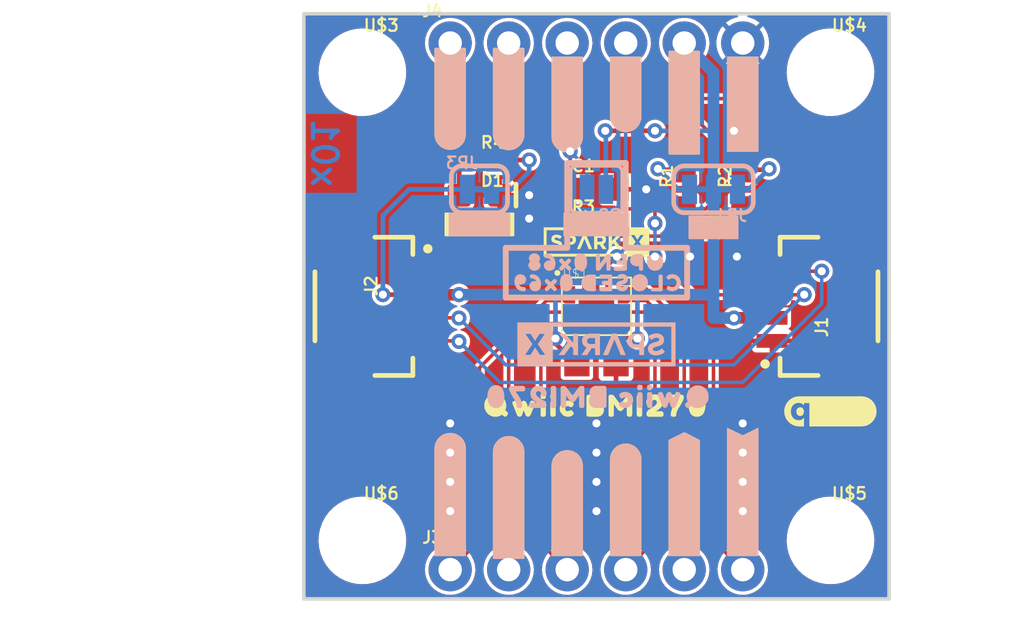
<source format=kicad_pcb>
(kicad_pcb (version 20211014) (generator pcbnew)
  (layers (0 "F.Cu" signal) (31 "B.Cu" signal) (34 "B.Paste" user) (35 "F.Paste" user) (36 "B.SilkS" user "B.Silkscreen") (37 "F.SilkS" user "F.Silkscreen") (38 "B.Mask" user) (39 "F.Mask" user) (44 "Edge.Cuts" user))
  (net 0 "")
  (net 1 "3.3V")
  (net 2 "GND")
  (net 3 "ADDR_SEL")
  (net 4 "SCL")
  (net 5 "SDA")
  (net 6 "CS")
  (net 7 "INT1")
  (net 8 "INT2")
  (net 9 "ASDX")
  (net 10 "ASCX")
  (net 11 "OCSB")
  (net 12 "OSDO")
  (net 13 "N$1")
  (net 14 "N$2")
  (net 15 "N$3")
  (net 16 "N$4")
  (footprint "eagleBoard:#_ASCX#5" (layer "F.Cu") (at 144.6911 116.3066 90)
    (fp_text reference "U$16" hide)
    (fp_text value "" hide)
  )
  (footprint "eagleBoard:#SDA_#1" (layer "F.Cu") (at 144.6911 93.4466 90)
    (fp_text reference "U$10" hide)
    (fp_text value "" hide)
  )
  (footprint "eagleBoard:#_OSDO#8" (layer "F.Cu") (at 154.8511 116.1796 90)
    (fp_text reference "U$12" hide)
    (fp_text value "" hide)
  )
  (footprint "eagleBoard:#SDO_#0" (layer "F.Cu") (at 142.1511 93.4466 90)
    (fp_text reference "U$11" hide)
    (fp_text value "" hide)
  )
  (footprint "eagleBoard:FIDUCIAL-1X2" (layer "F.Cu") (at 159.9311 97.3836)
    (fp_text reference "FD2" hide)
    (fp_text value "FIDUCIAL1X2" hide)
    (pad "1" smd roundrect (at 0 0) (size 1 1) (layers "F.Cu" "F.Mask") (roundrect_rratio 0.5))
  )
  (footprint "eagleBoard:0603" (layer "F.Cu") (at 148.5011 107.5436 180)
    (fp_text reference "C1" (at 0 8.636) (layer "F.SilkS") (effects (font (size 0.512064 0.512064) (thickness 0.097536)) (justify right)))
    (fp_text value "0.1uF")
    (pad "1" smd rect (at -0.85 0 180) (size 1.1 1) (layers "F.Cu" "F.Paste" "F.Mask") (net 2 "GND"))
    (pad "2" smd rect (at 0.85 0 180) (size 1.1 1) (layers "F.Cu" "F.Paste" "F.Mask") (net 1 "3.3V"))
  )
  (footprint "eagleBoard:#SCL_#2" (layer "F.Cu") (at 147.2311 93.8276 90)
    (fp_text reference "U$9" hide)
    (fp_text value "" hide)
  )
  (footprint "eagleBoard:#CS_#3" (layer "F.Cu") (at 149.7711 93.8276 90)
    (fp_text reference "U$8" hide)
    (fp_text value "" hide)
  )
  (footprint "eagleBoard:0603" (layer "F.Cu") (at 154.8511 99.9236 90)
    (fp_text reference "R2" (at 0 -0.762 90) (layer "F.SilkS") (effects (font (size 0.512064 0.512064) (thickness 0.097536)) (justify left)))
    (fp_text value "2.2k")
    (pad "1" smd rect (at -0.85 0 90) (size 1.1 1) (layers "F.Cu" "F.Paste" "F.Mask") (net 4 "SCL"))
    (pad "2" smd rect (at 0.85 0 90) (size 1.1 1) (layers "F.Cu" "F.Paste" "F.Mask") (net 14 "N$2"))
  )
  (footprint "eagleBoard:SPARKX-TINY" (layer "F.Cu") (at 148.5011 102.2096)
    (fp_text reference "U$20" hide)
    (fp_text value "" hide)
  )
  (footprint "eagleBoard:#GND_#4" (layer "F.Cu") (at 154.8511 93.8276 90)
    (fp_text reference "U$7" hide)
    (fp_text value "" hide)
  )
  (footprint "eagleBoard:STAND-OFF" (layer "F.Cu") (at 158.6611 115.1636)
    (fp_text reference "U$5" (at 0 -2.032) (layer "F.SilkS") (effects (font (size 0.512064 0.512064) (thickness 0.097536)) (justify left)))
    (fp_text value "")
    (pad "" np_thru_hole circle (at 0 0) (size 3.302 3.302) (drill 3.302) (layers *.Cu *.Mask))
  )
  (footprint "eagleBoard:BMI270" (layer "F.Cu") (at 148.5011 105.0036)
    (fp_text reference "U$1" (at -1.4925 -1.4175) (layer "F.SilkS") (effects (font (size 0.376489 0.376489) (thickness 0.029911)) (justify left)))
    (fp_text value "BMI270")
    (pad "1" smd rect (at -1.1625 -0.7475 180) (size 0.475 0.25) (layers "F.Cu" "F.Paste" "F.Mask") (net 3 "ADDR_SEL"))
    (pad "2" smd rect (at -1.1625 -0.2475 180) (size 0.475 0.25) (layers "F.Cu" "F.Paste" "F.Mask") (net 9 "ASDX"))
    (pad "3" smd rect (at -1.1625 0.2525 180) (size 0.475 0.25) (layers "F.Cu" "F.Paste" "F.Mask") (net 10 "ASCX"))
    (pad "4" smd rect (at -1.1625 0.7525 180) (size 0.475 0.25) (layers "F.Cu" "F.Paste" "F.Mask") (net 7 "INT1"))
    (pad "5" smd rect (at -0.4975 0.9125 90) (size 0.475 0.25) (layers "F.Cu" "F.Paste" "F.Mask") (net 1 "3.3V"))
    (pad "6" smd rect (at 0.0025 0.9125 90) (size 0.475 0.25) (layers "F.Cu" "F.Paste" "F.Mask") (net 2 "GND"))
    (pad "7" smd rect (at 0.5025 0.9125 90) (size 0.475 0.25) (layers "F.Cu" "F.Paste" "F.Mask") (net 2 "GND"))
    (pad "8" smd rect (at 1.1625 0.75 180) (size 0.475 0.25) (layers "F.Cu" "F.Paste" "F.Mask") (net 1 "3.3V"))
    (pad "9" smd rect (at 1.1625 0.25 180) (size 0.475 0.25) (layers "F.Cu" "F.Paste" "F.Mask") (net 8 "INT2"))
    (pad "10" smd rect (at 1.1625 -0.25 180) (size 0.475 0.25) (layers "F.Cu" "F.Paste" "F.Mask") (net 11 "OCSB"))
    (pad "11" smd rect (at 1.1625 -0.75 180) (size 0.475 0.25) (layers "F.Cu" "F.Paste" "F.Mask") (net 12 "OSDO"))
    (pad "12" smd rect (at 0.5025 -0.91 90) (size 0.475 0.25) (layers "F.Cu" "F.Paste" "F.Mask") (net 6 "CS"))
    (pad "13" smd rect (at 0.0025 -0.91 90) (size 0.475 0.25) (layers "F.Cu" "F.Paste" "F.Mask") (net 4 "SCL"))
    (pad "14" smd rect (at -0.4975 -0.91 90) (size 0.475 0.25) (layers "F.Cu" "F.Paste" "F.Mask") (net 5 "SDA"))
  )
  (footprint "eagleBoard:JST04_1MM_RA" (layer "F.Cu") (at 156.1211 105.0036 90)
    (fp_text reference "J1" (at -1.397 2.159 90) (layer "F.SilkS") (effects (font (size 0.512064 0.512064) (thickness 0.097536)) (justify left)))
    (fp_text value "QWIIC_RIGHT_ANGLE")
    (pad "1" smd rect (at -1.5 0 90) (size 0.6 1.35) (layers "F.Cu" "F.Paste" "F.Mask") (net 2 "GND"))
    (pad "2" smd rect (at -0.5 0 90) (size 0.6 1.35) (layers "F.Cu" "F.Paste" "F.Mask") (net 1 "3.3V"))
    (pad "3" smd rect (at 0.5 0 90) (size 0.6 1.35) (layers "F.Cu" "F.Paste" "F.Mask") (net 5 "SDA"))
    (pad "4" smd rect (at 1.5 0 90) (size 0.6 1.35) (layers "F.Cu" "F.Paste" "F.Mask") (net 4 "SCL"))
    (pad "NC1" smd rect (at 2.8 3.675 90) (size 1.2 2) (layers "F.Cu" "F.Paste" "F.Mask"))
    (pad "NC2" smd rect (at -2.8 3.675 90) (size 1.2 2) (layers "F.Cu" "F.Paste" "F.Mask"))
  )
  (footprint "eagleBoard:STAND-OFF" (layer "F.Cu") (at 138.3411 115.1636)
    (fp_text reference "U$6" (at 0 -2.032) (layer "F.SilkS") (effects (font (size 0.512064 0.512064) (thickness 0.097536)) (justify left)))
    (fp_text value "")
    (pad "" np_thru_hole circle (at 0 0) (size 3.302 3.302) (drill 3.302) (layers *.Cu *.Mask))
  )
  (footprint "eagleBoard:#_INT2#7" (layer "F.Cu") (at 149.7711 116.1796 90)
    (fp_text reference "U$15" hide)
    (fp_text value "" hide)
  )
  (footprint "eagleBoard:0603" (layer "F.Cu") (at 148.5011 99.9236 180)
    (fp_text reference "R3" (at 0 -0.762) (layer "F.SilkS") (effects (font (size 0.512064 0.512064) (thickness 0.097536)) (justify right)))
    (fp_text value "10k")
    (pad "1" smd rect (at -0.85 0 180) (size 1.1 1) (layers "F.Cu" "F.Paste" "F.Mask") (net 2 "GND"))
    (pad "2" smd rect (at 0.85 0 180) (size 1.1 1) (layers "F.Cu" "F.Paste" "F.Mask") (net 3 "ADDR_SEL"))
  )
  (footprint "eagleBoard:QWIIC_BMI2709" (layer "F.Cu") (at 148.5011 109.3216)
    (fp_text reference "U$19" hide)
    (fp_text value "" hide)
  )
  (footprint "eagleBoard:#_OCSB#7" (layer "F.Cu") (at 152.3111 116.1796 90)
    (fp_text reference "U$13" hide)
    (fp_text value "" hide)
  )
  (footprint "eagleBoard:LED-0603" (layer "F.Cu") (at 143.4211 100.1776)
    (fp_text reference "D1" (at 0 -0.635) (layer "F.SilkS") (effects (font (size 0.512064 0.512064) (thickness 0.097536)) (justify left)))
    (fp_text value "RED")
    (pad "A" smd roundrect (at -0.877 0 270) (size 1 1) (layers "F.Cu" "F.Paste" "F.Mask") (roundrect_rratio 0.15) (net 16 "N$4"))
    (pad "C" smd roundrect (at 0.877 0 270) (size 1 1) (layers "F.Cu" "F.Paste" "F.Mask") (roundrect_rratio 0.15) (net 2 "GND"))
  )
  (footprint "eagleBoard:1X06_NO_SILK" (layer "F.Cu") (at 142.1511 116.4336)
    (fp_text reference "J3" (at -1.27 -1.397) (layer "F.SilkS") (effects (font (size 0.512064 0.512064) (thickness 0.097536)) (justify left)))
    (fp_text value "")
    (pad "1" thru_hole circle (at 0 0 90) (size 1.8796 1.8796) (drill 1.016) (layers *.Cu *.Mask) (net 9 "ASDX"))
    (pad "2" thru_hole circle (at 2.54 0 90) (size 1.8796 1.8796) (drill 1.016) (layers *.Cu *.Mask) (net 10 "ASCX"))
    (pad "3" thru_hole circle (at 5.08 0 90) (size 1.8796 1.8796) (drill 1.016) (layers *.Cu *.Mask) (net 7 "INT1"))
    (pad "4" thru_hole circle (at 7.62 0 90) (size 1.8796 1.8796) (drill 1.016) (layers *.Cu *.Mask) (net 8 "INT2"))
    (pad "5" thru_hole circle (at 10.16 0 90) (size 1.8796 1.8796) (drill 1.016) (layers *.Cu *.Mask) (net 11 "OCSB"))
    (pad "6" thru_hole circle (at 12.7 0 90) (size 1.8796 1.8796) (drill 1.016) (layers *.Cu *.Mask) (net 12 "OSDO"))
  )
  (footprint "eagleBoard:#_ASDX#6" (layer "F.Cu") (at 142.1511 116.1796 90)
    (fp_text reference "U$17" hide)
    (fp_text value "" hide)
  )
  (footprint "eagleBoard:STAND-OFF" (layer "F.Cu") (at 158.6611 94.8436)
    (fp_text reference "U$4" (at 0 -2.032) (layer "F.SilkS") (effects (font (size 0.512064 0.512064) (thickness 0.097536)) (justify left)))
    (fp_text value "")
    (pad "" np_thru_hole circle (at 0 0) (size 3.302 3.302) (drill 3.302) (layers *.Cu *.Mask))
  )
  (footprint "eagleBoard:#PWR#2711" (layer "F.Cu") (at 143.4211 101.4476)
    (fp_text reference "U$18" hide)
    (fp_text value "" hide)
  )
  (footprint "eagleBoard:0603" (layer "F.Cu") (at 143.4211 98.6536)
    (fp_text reference "R4" (at 0 -0.762) (layer "F.SilkS") (effects (font (size 0.512064 0.512064) (thickness 0.097536)) (justify left)))
    (fp_text value "1k")
    (pad "1" smd rect (at -0.85 0) (size 1.1 1) (layers "F.Cu" "F.Paste" "F.Mask") (net 16 "N$4"))
    (pad "2" smd rect (at 0.85 0) (size 1.1 1) (layers "F.Cu" "F.Paste" "F.Mask") (net 15 "N$3"))
  )
  (footprint "eagleBoard:#_INT1#7" (layer "F.Cu") (at 147.2311 116.1796 90)
    (fp_text reference "U$14" hide)
    (fp_text value "" hide)
  )
  (footprint "eagleBoard:1X06_NO_SILK" (layer "F.Cu") (at 142.1511 93.5736)
    (fp_text reference "J4" (at -1.27 -1.397) (layer "F.SilkS") (effects (font (size 0.512064 0.512064) (thickness 0.097536)) (justify left)))
    (fp_text value "")
    (pad "1" thru_hole circle (at 0 0 90) (size 1.8796 1.8796) (drill 1.016) (layers *.Cu *.Mask) (net 3 "ADDR_SEL"))
    (pad "2" thru_hole circle (at 2.54 0 90) (size 1.8796 1.8796) (drill 1.016) (layers *.Cu *.Mask) (net 5 "SDA"))
    (pad "3" thru_hole circle (at 5.08 0 90) (size 1.8796 1.8796) (drill 1.016) (layers *.Cu *.Mask) (net 4 "SCL"))
    (pad "4" thru_hole circle (at 7.62 0 90) (size 1.8796 1.8796) (drill 1.016) (layers *.Cu *.Mask) (net 6 "CS"))
    (pad "5" thru_hole circle (at 10.16 0 90) (size 1.8796 1.8796) (drill 1.016) (layers *.Cu *.Mask) (net 1 "3.3V"))
    (pad "6" thru_hole circle (at 12.7 0 90) (size 1.8796 1.8796) (drill 1.016) (layers *.Cu *.Mask) (net 2 "GND"))
  )
  (footprint "eagleBoard:STAND-OFF" (layer "F.Cu") (at 138.3411 94.8436)
    (fp_text reference "U$3" (at 0 -2.032) (layer "F.SilkS") (effects (font (size 0.512064 0.512064) (thickness 0.097536)) (justify left)))
    (fp_text value "")
    (pad "" np_thru_hole circle (at 0 0) (size 3.302 3.302) (drill 3.302) (layers *.Cu *.Mask))
  )
  (footprint "eagleBoard:FIDUCIAL-1X2" (layer "F.Cu") (at 137.0711 112.6236)
    (fp_text reference "FD1" hide)
    (fp_text value "FIDUCIAL1X2" hide)
    (pad "1" smd roundrect (at 0 0) (size 1 1) (layers "F.Cu" "F.Mask") (roundrect_rratio 0.5))
  )
  (footprint "eagleBoard:#3#3V_#4" (layer "F.Cu") (at 152.3111 93.5736 90)
    (fp_text reference "U$2" hide)
    (fp_text value "" hide)
  )
  (footprint "eagleBoard:QWIIC_4MM" (layer "F.Cu") (at 158.6611 109.5756)
    (fp_text reference "U$41" hide)
    (fp_text value "" hide)
  )
  (footprint "eagleBoard:DUMMY" (layer "F.Cu") (at 135.8011 117.7036)
    (fp_text reference "FRAME1" hide)
    (fp_text value "FRAME-LETTERNO_PACKAGE" hide)
  )
  (footprint "eagleBoard:JST04_1MM_RA" (layer "F.Cu") (at 140.8811 105.0036 -90)
    (fp_text reference "J2" (at -1.397 2.159 90) (layer "F.SilkS") (effects (font (size 0.512064 0.512064) (thickness 0.097536)) (justify right)))
    (fp_text value "QWIIC_RIGHT_ANGLE")
    (pad "1" smd rect (at -1.5 0 270) (size 0.6 1.35) (layers "F.Cu" "F.Paste" "F.Mask") (net 2 "GND"))
    (pad "2" smd rect (at -0.5 0 270) (size 0.6 1.35) (layers "F.Cu" "F.Paste" "F.Mask") (net 1 "3.3V"))
    (pad "3" smd rect (at 0.5 0 270) (size 0.6 1.35) (layers "F.Cu" "F.Paste" "F.Mask") (net 5 "SDA"))
    (pad "4" smd rect (at 1.5 0 270) (size 0.6 1.35) (layers "F.Cu" "F.Paste" "F.Mask") (net 4 "SCL"))
    (pad "NC1" smd rect (at 2.8 3.675 270) (size 1.2 2) (layers "F.Cu" "F.Paste" "F.Mask"))
    (pad "NC2" smd rect (at -2.8 3.675 270) (size 1.2 2) (layers "F.Cu" "F.Paste" "F.Mask"))
  )
  (footprint "eagleBoard:0603" (layer "F.Cu") (at 152.3111 99.9236 90)
    (fp_text reference "R1" (at 0 -0.762 90) (layer "F.SilkS") (effects (font (size 0.512064 0.512064) (thickness 0.097536)) (justify left)))
    (fp_text value "2.2k")
    (pad "1" smd rect (at -0.85 0 90) (size 1.1 1) (layers "F.Cu" "F.Paste" "F.Mask") (net 5 "SDA"))
    (pad "2" smd rect (at 0.85 0 90) (size 1.1 1) (layers "F.Cu" "F.Paste" "F.Mask") (net 13 "N$1"))
  )
  (footprint "eagleBoard:#_ASDX#6" (layer "B.Cu") (at 142.1511 116.1796 90)
    (fp_text reference "U$33" hide)
    (fp_text value "" hide)
  )
  (footprint "eagleBoard:SMT-JUMPER_3_2-NC_TRACE_SILK" (layer "B.Cu") (at 153.5811 99.9236)
    (fp_text reference "JP1" (at 0 1.143) (layer "B.SilkS") (effects (font (size 0.512064 0.512064) (thickness 0.097536)) (justify right mirror)))
    (fp_text value "JUMPER-SMT_3_2-NC_TRACE_SILK")
    (fp_poly (pts (xy 0.7112 -0.13335) (xy -0.7112 -0.13335) (xy -0.7112 0.13335) (xy 0.7112 0.13335)) (layer "B.Cu") (width 0) (fill solid))
    (pad "1" smd rect (at -1.0414 0) (size 0.6604 1.27) (layers "B.Cu" "B.Mask") (net 13 "N$1"))
    (pad "2" smd rect (at 0 0) (size 0.6604 1.27) (layers "B.Cu" "B.Mask") (net 1 "3.3V"))
    (pad "3" smd rect (at 1.0414 0) (size 0.6604 1.27) (layers "B.Cu" "B.Mask") (net 14 "N$2"))
  )
  (footprint "eagleBoard:#SDO_#0" (layer "B.Cu") (at 142.1511 93.4466 90)
    (fp_text reference "U$39" hide)
    (fp_text value "" hide)
  )
  (footprint "eagleBoard:SMT-JUMPER_2_NO_SILK" (layer "B.Cu") (at 148.5011 99.9236)
    (fp_text reference "JP2" (at 0 1.143) (layer "B.SilkS") (effects (font (size 0.512064 0.512064) (thickness 0.097536)) (justify right mirror)))
    (fp_text value "JUMPER-SMT_2_NO_SILK")
    (pad "1" smd rect (at -0.4064 0) (size 0.635 1.27) (layers "B.Cu" "B.Mask") (net 3 "ADDR_SEL"))
    (pad "2" smd rect (at 0.4064 0) (size 0.635 1.27) (layers "B.Cu" "B.Mask") (net 1 "3.3V"))
  )
  (footprint "eagleBoard:#_OSDO#8" (layer "B.Cu") (at 154.8511 116.1796 90)
    (fp_text reference "U$28" hide)
    (fp_text value "" hide)
  )
  (footprint "eagleBoard:OPEN_0X682714" (layer "B.Cu") (at 151.9301 103.0986 180)
    (fp_text reference "U$24" hide)
    (fp_text value "" hide)
  )
  (footprint "eagleBoard:SMT-JUMPER_2_NC_TRACE_SILK" (layer "B.Cu") (at 143.4211 99.9236 180)
    (fp_text reference "JP3" (at 0 1.143) (layer "B.SilkS") (effects (font (size 0.512064 0.512064) (thickness 0.097536)) (justify left mirror)))
    (fp_text value "JUMPER-SMT_2_NC_TRACE_SILK" hide)
    (fp_poly (pts (xy 0.1905 -0.13335) (xy -0.70485 -0.13335) (xy -0.70485 0.13335) (xy 0.1905 0.13335)) (layer "B.Cu") (width 0) (fill solid))
    (pad "1" smd rect (at -0.5207 0 180) (size 0.6604 1.27) (layers "B.Cu" "B.Mask") (net 15 "N$3"))
    (pad "2" smd rect (at 0.5207 0 180) (size 0.6604 1.27) (layers "B.Cu" "B.Mask") (net 1 "3.3V"))
  )
  (footprint "eagleBoard:#3#3V_#4" (layer "B.Cu") (at 152.3111 93.5736 90)
    (fp_text reference "U$35" hide)
    (fp_text value "" hide)
  )
  (footprint "eagleBoard:QWIIC_BMI2709" (layer "B.Cu") (at 148.5011 108.9406 180)
    (fp_text reference "U$26" hide)
    (fp_text value "" hide)
  )
  (footprint "eagleBoard:#_INT1#7" (layer "B.Cu") (at 147.2311 116.1796 90)
    (fp_text reference "U$31" hide)
    (fp_text value "" hide)
  )
  (footprint "eagleBoard:#CS_#3" (layer "B.Cu") (at 149.7711 93.8276 90)
    (fp_text reference "U$36" hide)
    (fp_text value "" hide)
  )
  (footprint "eagleBoard:#_ASCX#5" (layer "B.Cu") (at 144.6911 116.3066 90)
    (fp_text reference "U$32" hide)
    (fp_text value "" hide)
  )
  (footprint "eagleBoard:#_INT2#7" (layer "B.Cu") (at 149.7711 116.1796 90)
    (fp_text reference "U$30" hide)
    (fp_text value "" hide)
  )
  (footprint "eagleBoard:#GND_#4" (layer "B.Cu") (at 154.8511 93.8276 90)
    (fp_text reference "U$34" hide)
    (fp_text value "" hide)
  )
  (footprint "eagleBoard:SPARKX-SMALL" (layer "B.Cu") (at 148.5011 106.6546 180)
    (fp_text reference "U$27" hide)
    (fp_text value "" hide)
  )
  (footprint "eagleBoard:#SDA_#1" (layer "B.Cu") (at 144.6911 93.4466 90)
    (fp_text reference "U$38" hide)
    (fp_text value "" hide)
  )
  (footprint "eagleBoard:#_OCSB#7" (layer "B.Cu") (at 152.3111 116.1796 90)
    (fp_text reference "U$29" hide)
    (fp_text value "" hide)
  )
  (footprint "eagleBoard:#SCL_#2" (layer "B.Cu") (at 147.2311 93.8276 90)
    (fp_text reference "U$37" hide)
    (fp_text value "" hide)
  )
  (footprint "eagleBoard:CLOSED_0X692714" (layer "B.Cu") (at 152.6921 103.9876 180)
    (fp_text reference "U$25" hide)
    (fp_text value "" hide)
  )
  (footprint "eagleBoard:#I�C#2714" (layer "B.Cu") (at 153.5811 101.5746 180)
    (fp_text reference "U$21" hide)
    (fp_text value "" hide)
  )
  (footprint "eagleBoard:#LED#2712" (layer "B.Cu") (at 143.4211 101.4476 180)
    (fp_text reference "U$22" hide)
    (fp_text value "" hide)
  )
  (footprint "eagleBoard:#ADR#2713" (layer "B.Cu") (at 148.5011 101.4476 180)
    (fp_text reference "U$23" hide)
    (fp_text value "" hide)
  )
  (gr_line (start 149.7711 98.7806) (end 147.2311 98.7806) (layer "B.SilkS") (width 0.254))
  (gr_line (start 147.2311 98.7806) (end 147.2311 101.1936) (layer "B.SilkS") (width 0.254))
  (gr_line (start 152.4381 104.6226) (end 144.5641 104.6226) (layer "B.SilkS") (width 0.254))
  (gr_line (start 144.5641 104.6226) (end 144.5641 102.4636) (layer "B.SilkS") (width 0.254))
  (gr_line (start 152.4381 102.4636) (end 149.7711 102.4636) (layer "B.SilkS") (width 0.254))
  (gr_line (start 144.5641 102.4636) (end 147.2311 102.4636) (layer "B.SilkS") (width 0.254))
  (gr_line (start 149.7711 101.9556) (end 149.7711 102.4636) (layer "B.SilkS") (width 0.254))
  (gr_line (start 149.7711 101.1936) (end 149.7711 98.7806) (layer "B.SilkS") (width 0.254))
  (gr_line (start 147.2311 102.4636) (end 147.2311 101.9556) (layer "B.SilkS") (width 0.254))
  (gr_line (start 152.4381 102.4636) (end 152.4381 104.6226) (layer "B.SilkS") (width 0.254))
  (gr_line (start 135.8011 117.7036) (end 161.2011 117.7036) (layer "Edge.Cuts") (width 0.1524))
  (gr_line (start 135.8011 92.3036) (end 135.8011 117.7036) (layer "Edge.Cuts") (width 0.1524))
  (gr_line (start 161.2011 92.3036) (end 135.8011 92.3036) (layer "Edge.Cuts") (width 0.1524))
  (gr_line (start 161.2011 117.7036) (end 161.2011 92.3036) (layer "Edge.Cuts") (width 0.1524))
  (gr_text "x01" (at 136.0551 99.9236 -90) (layer "B.Cu") (effects (font (size 1.0795 1.0795) (thickness 0.1905)) (justify left bottom mirror)))
  (segment (start 149.6636 105.7536) (end 149.6636 106.1661) (width 0.2032) (layer "F.Cu") (net 1))
  (segment (start 148.8821 97.3836) (end 151.0411 97.3836) (width 0.2032) (layer "F.Cu") (net 1))
  (segment (start 146.7231 106.6156) (end 146.7231 106.4006) (width 0.2032) (layer "F.Cu") (net 1))
  (segment (start 140.8811 104.5036) (end 142.5241 104.5036) (width 0.508) (layer "F.Cu") (net 1))
  (segment (start 148.0036 107.5436) (end 147.6511 107.5436) (width 0.1524) (layer "F.Cu") (net 1))
  (segment (start 154.4781 105.5036) (end 156.1211 105.5036) (width 0.508) (layer "F.Cu") (net 1))
  (segment (start 147.6511 107.5436) (end 146.7231 106.6156) (width 0.2032) (layer "F.Cu") (net 1))
  (segment (start 139.2301 104.4956) (end 140.8731 104.4956) (width 0.2032) (layer "F.Cu") (net 1))
  (segment (start 148.0036 105.9161) (end 148.0036 107.5436) (width 0.1524) (layer "F.Cu") (net 1))
  (segment (start 149.8981 106.4006) (end 150.2791 106.4006) (width 0.2032) (layer "F.Cu") (net 1))
  (segment (start 149.6636 106.1661) (end 149.8981 106.4006) (width 0.2032) (layer "F.Cu") (net 1))
  (segment (start 154.4701 105.5116) (end 154.4781 105.5036) (width 0.508) (layer "F.Cu") (net 1))
  (segment (start 140.8731 104.4956) (end 140.8811 104.5036) (width 0.1524) (layer "F.Cu") (net 1))
  (segment (start 142.5241 104.5036) (end 142.5321 104.4956) (width 0.508) (layer "F.Cu") (net 1))
  (via (at 148.8821 97.3836) (size 0.6548) (drill 0.35) (layers "F.Cu" "B.Cu") (net 1))
  (via (at 139.2301 104.4956) (size 0.6548) (drill 0.35) (layers "F.Cu" "B.Cu") (net 1))
  (via (at 146.7231 106.4006) (size 0.6548) (drill 0.35) (layers "F.Cu" "B.Cu") (net 1))
  (via (at 151.0411 97.3836) (size 0.6548) (drill 0.35) (layers "F.Cu" "B.Cu") (net 1))
  (via (at 154.4701 105.5116) (size 0.6548) (drill 0.35) (layers "F.Cu" "B.Cu") (net 1))
  (via (at 150.2791 106.4006) (size 0.6548) (drill 0.35) (layers "F.Cu" "B.Cu") (net 1))
  (via (at 142.5321 104.4956) (size 0.6548) (drill 0.35) (layers "F.Cu" "B.Cu") (net 1))
  (segment (start 146.7231 104.4956) (end 150.2791 104.4956) (width 0.508) (layer "B.Cu") (net 1))
  (segment (start 153.5811 104.4956) (end 153.5811 105.5116) (width 0.508) (layer "B.Cu") (net 1))
  (segment (start 153.5811 99.9236) (end 153.5811 104.4956) (width 0.508) (layer "B.Cu") (net 1))
  (segment (start 142.9004 99.9236) (end 140.3731 99.9236) (width 0.2032) (layer "B.Cu") (net 1))
  (segment (start 140.3731 99.9236) (end 139.2301 101.0666) (width 0.2032) (layer "B.Cu") (net 1))
  (segment (start 153.5811 99.9236) (end 153.5811 97.3836) (width 0.508) (layer "B.Cu") (net 1))
  (segment (start 142.5321 104.4956) (end 146.7231 104.4956) (width 0.508) (layer "B.Cu") (net 1))
  (segment (start 146.7231 106.4006) (end 146.7231 104.4956) (width 0.2032) (layer "B.Cu") (net 1))
  (segment (start 148.9075 97.409) (end 148.8821 97.3836) (width 0.2032) (layer "B.Cu") (net 1))
  (segment (start 153.5811 105.5116) (end 154.4701 105.5116) (width 0.508) (layer "B.Cu") (net 1))
  (segment (start 151.0411 97.3836) (end 153.5811 97.3836) (width 0.2032) (layer "B.Cu") (net 1))
  (segment (start 139.2301 101.0666) (end 139.2301 104.4956) (width 0.2032) (layer "B.Cu") (net 1))
  (segment (start 153.5811 94.8436) (end 152.3111 93.5736) (width 0.508) (layer "B.Cu") (net 1))
  (segment (start 153.5811 97.3836) (end 153.5811 94.8436) (width 0.508) (layer "B.Cu") (net 1))
  (segment (start 150.2791 104.4956) (end 153.5811 104.4956) (width 0.508) (layer "B.Cu") (net 1))
  (segment (start 148.9075 99.9236) (end 148.9075 97.409) (width 0.2032) (layer "B.Cu") (net 1))
  (segment (start 150.2791 106.4006) (end 150.2791 104.4956) (width 0.2032) (layer "B.Cu") (net 1))
  (via (at 154.4701 97.3836) (size 0.6548) (drill 0.35) (layers "F.Cu" "B.Cu") (net 2))
  (via (at 154.8511 112.6236) (size 0.6548) (drill 0.35) (layers "F.Cu" "B.Cu") (net 2))
  (via (at 142.1511 111.3536) (size 0.6548) (drill 0.35) (layers "F.Cu" "B.Cu") (net 2))
  (via (at 150.6601 99.9236) (size 0.6548) (drill 0.35) (layers "F.Cu" "B.Cu") (net 2))
  (via (at 142.1511 110.0836) (size 0.6548) (drill 0.35) (layers "F.Cu" "B.Cu") (net 2))
  (via (at 145.5801 100.1776) (size 0.6548) (drill 0.35) (layers "F.Cu" "B.Cu") (net 2))
  (via (at 148.5011 111.3536) (size 0.6548) (drill 0.35) (layers "F.Cu" "B.Cu") (net 2))
  (via (at 145.5801 101.1936) (size 0.6548) (drill 0.35) (layers "F.Cu" "B.Cu") (net 2))
  (via (at 148.5011 113.8936) (size 0.6548) (drill 0.35) (layers "F.Cu" "B.Cu") (net 2))
  (via (at 148.5011 110.0836) (size 0.6548) (drill 0.35) (layers "F.Cu" "B.Cu") (net 2))
  (via (at 154.8511 113.8936) (size 0.6548) (drill 0.35) (layers "F.Cu" "B.Cu") (net 2))
  (via (at 154.8511 110.0836) (size 0.6548) (drill 0.35) (layers "F.Cu" "B.Cu") (net 2))
  (via (at 152.5651 102.8446) (size 0.6548) (drill 0.35) (layers "F.Cu" "B.Cu") (net 2))
  (via (at 154.5971 102.8446) (size 0.6548) (drill 0.35) (layers "F.Cu" "B.Cu") (net 2))
  (via (at 142.1511 112.6236) (size 0.6548) (drill 0.35) (layers "F.Cu" "B.Cu") (net 2))
  (via (at 148.5011 112.6236) (size 0.6548) (drill 0.35) (layers "F.Cu" "B.Cu") (net 2))
  (via (at 154.8511 111.3536) (size 0.6548) (drill 0.35) (layers "F.Cu" "B.Cu") (net 2))
  (via (at 142.1511 113.8936) (size 0.6548) (drill 0.35) (layers "F.Cu" "B.Cu") (net 2))
  (segment (start 147.3386 104.2561) (end 147.3386 99.9236) (width 0.1524) (layer "F.Cu") (net 3))
  (segment (start 147.3581 99.6306) (end 147.3581 98.2726) (width 0.1524) (layer "F.Cu") (net 3))
  (segment (start 143.4211 97.3836) (end 142.1511 96.1136) (width 0.1524) (layer "F.Cu") (net 3))
  (segment (start 142.1511 96.1136) (end 142.1511 93.5736) (width 0.1524) (layer "F.Cu") (net 3))
  (segment (start 147.3581 98.2726) (end 146.4691 97.3836) (width 0.1524) (layer "F.Cu") (net 3))
  (segment (start 147.6511 99.9236) (end 147.3581 99.6306) (width 0.1524) (layer "F.Cu") (net 3))
  (segment (start 146.4691 97.3836) (end 143.4211 97.3836) (width 0.1524) (layer "F.Cu") (net 3))
  (segment (start 147.3386 99.9236) (end 147.6511 99.9236) (width 0.1524) (layer "F.Cu") (net 3))
  (via (at 147.3581 98.2726) (size 0.6548) (drill 0.35) (layers "F.Cu" "B.Cu") (net 3))
  (segment (start 147.3581 98.2726) (end 148.0947 99.0092) (width 0.1524) (layer "B.Cu") (net 3))
  (segment (start 148.0947 99.0092) (end 148.0947 99.9236) (width 0.1524) (layer "B.Cu") (net 3))
  (segment (start 149.3901 95.9866) (end 147.2311 93.8276) (width 0.1524) (layer "F.Cu") (net 4))
  (segment (start 154.8511 100.7736) (end 156.1211 100.7736) (width 0.1524) (layer "F.Cu") (net 4))
  (segment (start 158.2801 103.4796) (end 156.1451 103.4796) (width 0.1524) (layer "F.Cu") (net 4))
  (segment (start 140.8811 106.5036) (end 142.5081 106.5036) (width 0.1524) (layer "F.Cu") (net 4))
  (segment (start 154.5971 95.9866) (end 149.3901 95.9866) (width 0.1524) (layer "F.Cu") (net 4))
  (segment (start 142.5081 106.5036) (end 142.5321 106.5276) (width 0.1524) (layer "F.Cu") (net 4))
  (segment (start 148.8821 101.9556) (end 153.6691 101.9556) (width 0.1524) (layer "F.Cu") (net 4))
  (segment (start 156.1451 103.4796) (end 156.1211 103.5036) (width 0.1524) (layer "F.Cu") (net 4))
  (segment (start 156.1211 100.7736) (end 156.1211 103.5036) (width 0.1524) (layer "F.Cu") (net 4))
  (segment (start 156.2871 100.7736) (end 157.1371 99.9236) (width 0.1524) (layer "F.Cu") (net 4))
  (segment (start 156.1211 100.7736) (end 156.2871 100.7736) (width 0.1524) (layer "F.Cu") (net 4))
  (segment (start 148.5036 102.3341) (end 148.8821 101.9556) (width 0.1524) (layer "F.Cu") (net 4))
  (segment (start 148.5036 104.0936) (end 148.5036 102.3341) (width 0.1524) (layer "F.Cu") (net 4))
  (segment (start 157.1371 98.5266) (end 154.5971 95.9866) (width 0.1524) (layer "F.Cu") (net 4))
  (segment (start 157.1371 99.9236) (end 157.1371 98.5266) (width 0.1524) (layer "F.Cu") (net 4))
  (segment (start 153.6691 101.9556) (end 154.8511 100.7736) (width 0.1524) (layer "F.Cu") (net 4))
  (segment (start 147.2311 93.8276) (end 147.2311 93.5736) (width 0.1524) (layer "F.Cu") (net 4))
  (via (at 158.2801 103.4796) (size 0.6548) (drill 0.35) (layers "F.Cu" "B.Cu") (net 4))
  (via (at 142.5321 106.5276) (size 0.6548) (drill 0.35) (layers "F.Cu" "B.Cu") (net 4))
  (segment (start 142.5321 106.5276) (end 144.3101 108.3056) (width 0.1524) (layer "B.Cu") (net 4))
  (segment (start 144.3101 108.3056) (end 154.8511 108.3056) (width 0.1524) (layer "B.Cu") (net 4))
  (segment (start 154.8511 108.3056) (end 158.2801 104.8766) (width 0.1524) (layer "B.Cu") (net 4))
  (segment (start 158.2801 104.8766) (end 158.2801 103.4796) (width 0.1524) (layer "B.Cu") (net 4))
  (segment (start 151.0411 101.3996) (end 151.0411 100.7736) (width 0.1524) (layer "F.Cu") (net 5))
  (segment (start 142.5241 105.5036) (end 142.5321 105.5116) (width 0.1524) (layer "F.Cu") (net 5))
  (segment (start 140.8811 105.5036) (end 142.5241 105.5036) (width 0.1524) (layer "F.Cu") (net 5))
  (segment (start 152.3111 100.7736) (end 153.2391 100.7736) (width 0.1524) (layer "F.Cu") (net 5))
  (segment (start 152.5651 96.6216) (end 146.4691 96.6216) (width 0.1524) (layer "F.Cu") (net 5))
  (segment (start 153.5811 100.4316) (end 153.5811 97.6376) (width 0.1524) (layer "F.Cu") (net 5))
  (segment (start 157.5101 104.5036) (end 156.1211 104.5036) (width 0.1524) (layer "F.Cu") (net 5))
  (segment (start 152.7001 104.5036) (end 151.0411 102.8446) (width 0.1524) (layer "F.Cu") (net 5))
  (segment (start 151.0411 100.7736) (end 149.5561 100.7736) (width 0.1524) (layer "F.Cu") (net 5))
  (segment (start 153.2391 100.7736) (end 153.5811 100.4316) (width 0.1524) (layer "F.Cu") (net 5))
  (segment (start 149.5561 100.7736) (end 148.0036 102.3261) (width 0.1524) (layer "F.Cu") (net 5))
  (segment (start 153.5811 97.6376) (end 152.5651 96.6216) (width 0.1524) (layer "F.Cu") (net 5))
  (segment (start 144.6911 94.8436) (end 144.6911 93.5736) (width 0.1524) (layer "F.Cu") (net 5))
  (segment (start 157.5181 104.4956) (end 157.5101 104.5036) (width 0.1524) (layer "F.Cu") (net 5))
  (segment (start 148.0036 104.0936) (end 148.0036 102.3261) (width 0.1524) (layer "F.Cu") (net 5))
  (segment (start 152.3111 100.7736) (end 151.0411 100.7736) (width 0.1524) (layer "F.Cu") (net 5))
  (segment (start 146.4691 96.6216) (end 144.6911 94.8436) (width 0.1524) (layer "F.Cu") (net 5))
  (segment (start 156.1211 104.5036) (end 152.7001 104.5036) (width 0.1524) (layer "F.Cu") (net 5))
  (via (at 151.0411 101.3996) (size 0.6548) (drill 0.35) (layers "F.Cu" "B.Cu") (net 5))
  (via (at 151.0411 102.8446) (size 0.6548) (drill 0.35) (layers "F.Cu" "B.Cu") (net 5))
  (via (at 142.5321 105.5116) (size 0.6548) (drill 0.35) (layers "F.Cu" "B.Cu") (net 5))
  (via (at 157.5181 104.4956) (size 0.6548) (drill 0.35) (layers "F.Cu" "B.Cu") (net 5))
  (segment (start 142.5321 105.5116) (end 144.5641 107.5436) (width 0.1524) (layer "B.Cu") (net 5))
  (segment (start 154.4701 107.5436) (end 157.5181 104.4956) (width 0.1524) (layer "B.Cu") (net 5))
  (segment (start 144.5641 107.5436) (end 154.4701 107.5436) (width 0.1524) (layer "B.Cu") (net 5))
  (segment (start 151.0411 102.8446) (end 151.0411 101.3996) (width 0.1524) (layer "B.Cu") (net 5))
  (segment (start 149.0036 104.0936) (end 149.0036 103.2311) (width 0.1524) (layer "F.Cu") (net 6))
  (segment (start 149.0036 103.2311) (end 149.3901 102.8446) (width 0.1524) (layer "F.Cu") (net 6))
  (via (at 149.3901 102.8446) (size 0.6548) (drill 0.35) (layers "F.Cu" "B.Cu") (net 6))
  (segment (start 149.3901 102.8446) (end 149.7711 102.4636) (width 0.1524) (layer "B.Cu") (net 6))
  (segment (start 149.7711 102.4636) (end 149.7711 93.5736) (width 0.1524) (layer "B.Cu") (net 6))
  (segment (start 146.0881 106.0196) (end 146.0881 115.2906) (width 0.1524) (layer "F.Cu") (net 7))
  (segment (start 147.3386 105.7561) (end 146.3516 105.7561) (width 0.1524) (layer "F.Cu") (net 7))
  (segment (start 146.0881 115.2906) (end 147.2311 116.4336) (width 0.1524) (layer "F.Cu") (net 7))
  (segment (start 146.3516 105.7561) (end 146.0881 106.0196) (width 0.1524) (layer "F.Cu") (net 7))
  (segment (start 149.7711 116.4336) (end 151.0411 115.1636) (width 0.1524) (layer "F.Cu") (net 8))
  (segment (start 150.6561 105.2536) (end 149.6636 105.2536) (width 0.1524) (layer "F.Cu") (net 8))
  (segment (start 151.0411 115.1636) (end 151.0411 105.6386) (width 0.1524) (layer "F.Cu") (net 8))
  (segment (start 151.0411 105.6386) (end 150.6561 105.2536) (width 0.1524) (layer "F.Cu") (net 8))
  (segment (start 146.3356 104.7561) (end 143.4211 107.6706) (width 0.1524) (layer "F.Cu") (net 9))
  (segment (start 147.3386 104.7561) (end 146.3356 104.7561) (width 0.1524) (layer "F.Cu") (net 9))
  (segment (start 143.4211 115.1636) (end 142.1511 116.4336) (width 0.1524) (layer "F.Cu") (net 9))
  (segment (start 143.4211 107.6706) (end 143.4211 115.1636) (width 0.1524) (layer "F.Cu") (net 9))
  (segment (start 147.3386 105.2561) (end 146.3436 105.2561) (width 0.1524) (layer "F.Cu") (net 10))
  (segment (start 144.6911 106.9086) (end 144.6911 116.4336) (width 0.1524) (layer "F.Cu") (net 10))
  (segment (start 146.3436 105.2561) (end 144.6911 106.9086) (width 0.1524) (layer "F.Cu") (net 10))
  (segment (start 149.6676 104.7496) (end 149.6636 104.7536) (width 0.1524) (layer "F.Cu") (net 11))
  (segment (start 152.3111 106.4006) (end 150.6601 104.7496) (width 0.1524) (layer "F.Cu") (net 11))
  (segment (start 150.6601 104.7496) (end 149.6676 104.7496) (width 0.1524) (layer "F.Cu") (net 11))
  (segment (start 152.3111 116.4336) (end 152.3111 106.4006) (width 0.1524) (layer "F.Cu") (net 11))
  (segment (start 153.5811 107.1626) (end 150.6601 104.2416) (width 0.1524) (layer "F.Cu") (net 12))
  (segment (start 153.5811 107.1626) (end 153.5811 115.1636) (width 0.1524) (layer "F.Cu") (net 12))
  (segment (start 150.6601 104.2416) (end 149.6756 104.2416) (width 0.1524) (layer "F.Cu") (net 12))
  (segment (start 149.6756 104.2416) (end 149.6636 104.2536) (width 0.1524) (layer "F.Cu") (net 12))
  (segment (start 154.8511 116.4336) (end 153.5811 115.1636) (width 0.1524) (layer "F.Cu") (net 12))
  (segment (start 151.2071 99.0736) (end 151.1681 99.0346) (width 0.1524) (layer "F.Cu") (net 13))
  (segment (start 152.3111 99.0736) (end 151.2071 99.0736) (width 0.2032) (layer "F.Cu") (net 13))
  (via (at 151.1681 99.0346) (size 0.6548) (drill 0.35) (layers "F.Cu" "B.Cu") (net 13))
  (segment (start 152.0571 99.9236) (end 152.5397 99.9236) (width 0.2032) (layer "B.Cu") (net 13))
  (segment (start 151.1681 99.0346) (end 152.0571 99.9236) (width 0.2032) (layer "B.Cu") (net 13))
  (segment (start 155.9551 99.0736) (end 155.9941 99.0346) (width 0.1524) (layer "F.Cu") (net 14))
  (segment (start 154.8511 99.0736) (end 155.9551 99.0736) (width 0.2032) (layer "F.Cu") (net 14))
  (via (at 155.9941 99.0346) (size 0.6548) (drill 0.35) (layers "F.Cu" "B.Cu") (net 14))
  (segment (start 155.9941 99.0346) (end 155.1051 99.9236) (width 0.2032) (layer "B.Cu") (net 14))
  (segment (start 155.1051 99.9236) (end 154.6225 99.9236) (width 0.2032) (layer "B.Cu") (net 14))
  (segment (start 144.2711 98.6536) (end 145.5801 98.6536) (width 0.2032) (layer "F.Cu") (net 15))
  (via (at 145.5801 98.6536) (size 0.6548) (drill 0.35) (layers "F.Cu" "B.Cu") (net 15))
  (segment (start 145.5801 98.6536) (end 145.5801 99.1616) (width 0.2032) (layer "B.Cu") (net 15))
  (segment (start 144.8181 99.9236) (end 143.9418 99.9236) (width 0.2032) (layer "B.Cu") (net 15))
  (segment (start 145.5801 99.1616) (end 144.8181 99.9236) (width 0.2032) (layer "B.Cu") (net 15))
  (segment (start 142.5441 100.1776) (end 142.5441 98.6806) (width 0.2032) (layer "F.Cu") (net 16))
  (segment (start 142.5441 98.6806) (end 142.5711 98.6536) (width 0.2032) (layer "F.Cu") (net 16))
  (zone (net 2) (net_name "GND") (layer "F.Cu") (priority 6) (connect_pads (clearance 0.000001)) (min_thickness 0.0762) (fill yes (thermal_gap 0.2024) (thermal_bridge_width 0.2024))
    (polygon (pts (xy 161.2773 117.7798) (xy 135.7249 117.7798) (xy 135.7249 92.2274) (xy 161.2773 92.2274)))
  )
  (zone (net 2) (net_name "GND") (layer "B.Cu") (priority 6) (connect_pads (clearance 0.000001)) (min_thickness 0.0762) (fill yes (thermal_gap 0.2024) (thermal_bridge_width 0.2024))
    (polygon (pts (xy 161.2773 117.7798) (xy 135.7249 117.7798) (xy 135.7249 92.2274) (xy 161.2773 92.2274)))
  )
)
</source>
